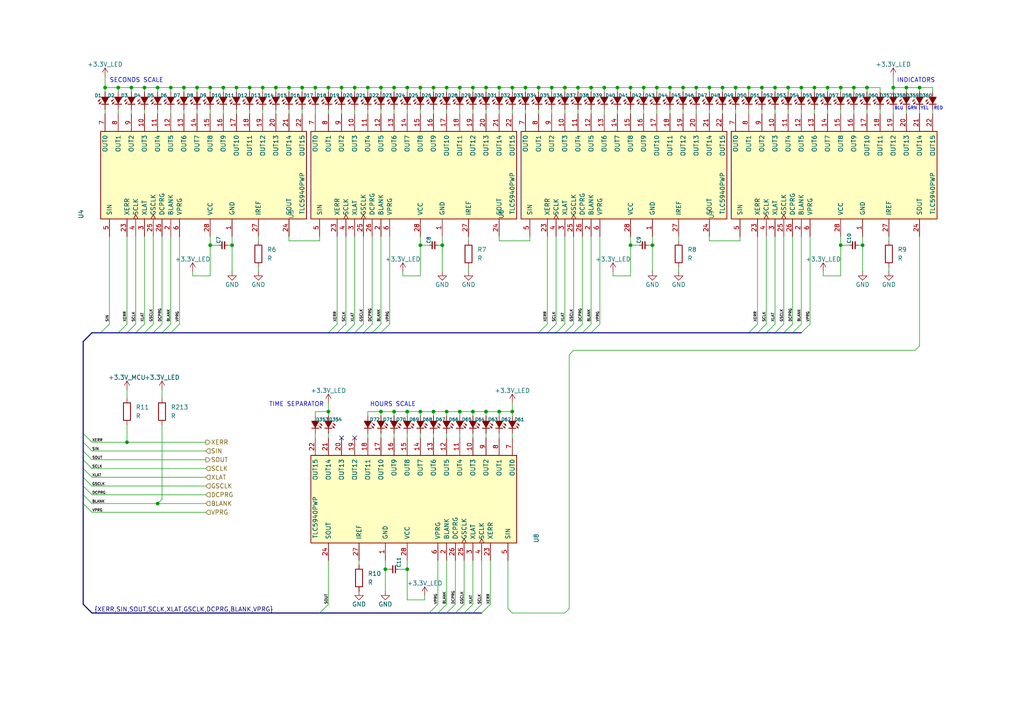
<source format=kicad_sch>
(kicad_sch (version 20231120) (generator "eeschema") (generator_version "8.0")
  (paper "A4")
  (title_block (title "Broadcast Clock") (date "2024-05-06") (rev "v1.0") (company "https://espenandersen.no") (comment 1 "LED dial"))
  (junction (at 167.64 25.4))
  (junction (at 95.25 119.38))
  (junction (at 236.22 25.4))
  (junction (at 110.49 119.38))
  (junction (at 72.39 25.4))
  (junction (at 118.11 25.4))
  (junction (at 205.74 25.4))
  (junction (at 243.84 25.4))
  (junction (at 129.54 25.4))
  (junction (at 190.5 25.4))
  (junction (at 140.97 119.38))
  (junction (at 189.23 71.12))
  (junction (at 152.4 25.4))
  (junction (at 76.2 25.4))
  (junction (at 128.27 71.12))
  (junction (at 87.63 25.4))
  (junction (at 201.93 25.4))
  (junction (at 110.49 25.4))
  (junction (at 60.96 71.12))
  (junction (at 64.77 25.4))
  (junction (at 160.02 25.4))
  (junction (at 121.92 25.4))
  (junction (at 148.59 25.4))
  (junction (at 140.97 25.4))
  (junction (at 194.31 25.4))
  (junction (at 34.29 25.4))
  (junction (at 144.78 119.38))
  (junction (at 209.55 25.4))
  (junction (at 220.98 25.4))
  (junction (at 224.79 25.4))
  (junction (at 49.53 25.4))
  (junction (at 91.44 25.4))
  (junction (at 111.76 165.1))
  (junction (at 114.3 25.4))
  (junction (at 198.12 25.4))
  (junction (at 118.11 119.38))
  (junction (at 182.88 25.4))
  (junction (at 171.45 25.4))
  (junction (at 250.19 71.12))
  (junction (at 133.35 119.38))
  (junction (at 213.36 25.4))
  (junction (at 118.11 165.1))
  (junction (at 36.83 128.27))
  (junction (at 262.89 25.4))
  (junction (at 99.06 25.4))
  (junction (at 45.72 146.05))
  (junction (at 83.82 25.4))
  (junction (at 129.54 119.38))
  (junction (at 68.58 25.4))
  (junction (at 41.91 25.4))
  (junction (at 106.68 25.4))
  (junction (at 45.72 25.4))
  (junction (at 67.31 71.12))
  (junction (at 121.92 71.12))
  (junction (at 247.65 25.4))
  (junction (at 217.17 25.4))
  (junction (at 259.08 25.4))
  (junction (at 102.87 25.4))
  (junction (at 137.16 119.38))
  (junction (at 266.7 25.4))
  (junction (at 156.21 25.4))
  (junction (at 137.16 25.4))
  (junction (at 251.46 25.4))
  (junction (at 186.69 25.4))
  (junction (at 38.1 25.4))
  (junction (at 175.26 25.4))
  (junction (at 95.25 25.4))
  (junction (at 60.96 25.4))
  (junction (at 80.01 25.4))
  (junction (at 57.15 25.4))
  (junction (at 228.6 25.4))
  (junction (at 114.3 119.38))
  (junction (at 133.35 25.4))
  (junction (at 232.41 25.4))
  (junction (at 30.48 25.4))
  (junction (at 125.73 119.38))
  (junction (at 179.07 25.4))
  (junction (at 121.92 119.38))
  (junction (at 163.83 25.4))
  (junction (at 240.03 25.4))
  (junction (at 182.88 71.12))
  (junction (at 243.84 71.12))
  (junction (at 125.73 25.4))
  (junction (at 148.59 119.38))
  (junction (at 53.34 25.4))
  (junction (at 144.78 25.4))
  (no_connect (at 102.87 127))
  (no_connect (at 99.06 127))
  (bus_entry (at 113.03 93.98) (size -2.54 2.54))
  (bus_entry (at 41.91 93.98) (size -2.54 2.54))
  (bus_entry (at 137.16 175.26) (size -2.54 2.54))
  (bus_entry (at 105.41 93.98) (size -2.54 2.54))
  (bus_entry (at 219.71 93.98) (size -2.54 2.54))
  (bus_entry (at 100.33 93.98) (size -2.54 2.54))
  (bus_entry (at 234.95 93.98) (size -2.54 2.54))
  (bus_entry (at 46.99 93.98) (size -2.54 2.54))
  (bus_entry (at 158.75 93.98) (size -2.54 2.54))
  (bus_entry (at 26.67 138.43) (size -2.54 -2.54))
  (bus_entry (at 139.7 175.26) (size -2.54 2.54))
  (bus_entry (at 127 175.26) (size -2.54 2.54))
  (bus_entry (at 229.87 93.98) (size -2.54 2.54))
  (bus_entry (at 97.79 93.98) (size -2.54 2.54))
  (bus_entry (at 134.62 175.26) (size -2.54 2.54))
  (bus_entry (at 26.67 146.05) (size -2.54 -2.54))
  (bus_entry (at 36.83 93.98) (size -2.54 2.54))
  (bus_entry (at 31.75 93.98) (size -2.54 2.54))
  (bus_entry (at 142.24 175.26) (size -2.54 2.54))
  (bus_entry (at 110.49 93.98) (size -2.54 2.54))
  (bus_entry (at 24.13 146.05) (size 2.54 2.54))
  (bus_entry (at 39.37 93.98) (size -2.54 2.54))
  (bus_entry (at 173.99 93.98) (size -2.54 2.54))
  (bus_entry (at 26.67 135.89) (size -2.54 -2.54))
  (bus_entry (at 224.79 93.98) (size -2.54 2.54))
  (bus_entry (at 129.54 175.26) (size -2.54 2.54))
  (bus_entry (at 227.33 93.98) (size -2.54 2.54))
  (bus_entry (at 24.13 130.81) (size 2.54 2.54))
  (bus_entry (at 166.37 93.98) (size -2.54 2.54))
  (bus_entry (at 107.95 93.98) (size -2.54 2.54))
  (bus_entry (at 24.13 128.27) (size 2.54 2.54))
  (bus_entry (at 52.07 93.98) (size -2.54 2.54))
  (bus_entry (at 102.87 93.98) (size -2.54 2.54))
  (bus_entry (at 161.29 93.98) (size -2.54 2.54))
  (bus_entry (at 222.25 93.98) (size -2.54 2.54))
  (bus_entry (at 26.67 143.51) (size -2.54 -2.54))
  (bus_entry (at 168.91 93.98) (size -2.54 2.54))
  (bus_entry (at 232.41 93.98) (size -2.54 2.54))
  (bus_entry (at 44.45 93.98) (size -2.54 2.54))
  (bus_entry (at 95.25 175.26) (size -2.54 2.54))
  (bus_entry (at 132.08 175.26) (size -2.54 2.54))
  (bus_entry (at 26.67 128.27) (size -2.54 -2.54))
  (bus_entry (at 26.67 140.97) (size -2.54 -2.54))
  (bus_entry (at 171.45 93.98) (size -2.54 2.54))
  (bus_entry (at 163.83 93.98) (size -2.54 2.54))
  (bus_entry (at 49.53 93.98) (size -2.54 2.54))
  (wire (pts (xy 67.31 71.12) (xy 67.31 78.74)))
  (wire (pts (xy 83.82 69.85) (xy 92.71 69.85)))
  (wire (pts (xy 106.68 25.4) (xy 106.68 26.67)))
  (wire (pts (xy 102.87 25.4) (xy 106.68 25.4)))
  (wire (pts (xy 232.41 31.75) (xy 232.41 33.02)))
  (wire (pts (xy 156.21 25.4) (xy 160.02 25.4)))
  (wire (pts (xy 209.55 31.75) (xy 209.55 33.02)))
  (wire (pts (xy 104.14 162.56) (xy 104.14 163.83)))
  (bus (pts (xy 105.41 96.52) (xy 107.95 96.52)))
  (wire (pts (xy 38.1 25.4) (xy 41.91 25.4)))
  (wire (pts (xy 129.54 119.38) (xy 129.54 120.65)))
  (wire (pts (xy 182.88 71.12) (xy 185.42 71.12)))
  (wire (pts (xy 228.6 31.75) (xy 228.6 33.02)))
  (wire (pts (xy 209.55 25.4) (xy 209.55 26.67)))
  (wire (pts (xy 118.11 165.1) (xy 115.57 165.1)))
  (wire (pts (xy 102.87 31.75) (xy 102.87 33.02)))
  (wire (pts (xy 121.92 125.73) (xy 121.92 127)))
  (bus (pts (xy 222.25 96.52) (xy 224.79 96.52)))
  (wire (pts (xy 259.08 25.4) (xy 259.08 26.67)))
  (bus (pts (xy 24.13 143.51) (xy 24.13 146.05)))
  (wire (pts (xy 31.75 68.58) (xy 31.75 93.98)))
  (wire (pts (xy 220.98 25.4) (xy 224.79 25.4)))
  (wire (pts (xy 49.53 31.75) (xy 49.53 33.02)))
  (wire (pts (xy 189.23 68.58) (xy 189.23 71.12)))
  (wire (pts (xy 186.69 31.75) (xy 186.69 33.02)))
  (bus (pts (xy 127 177.8) (xy 129.54 177.8)))
  (bus (pts (xy 24.13 175.26) (xy 26.67 177.8)))
  (wire (pts (xy 68.58 31.75) (xy 68.58 33.02)))
  (bus (pts (xy 26.67 96.52) (xy 29.21 96.52)))
  (wire (pts (xy 118.11 165.1) (xy 118.11 173.99)))
  (wire (pts (xy 127 162.56) (xy 127 175.26)))
  (wire (pts (xy 161.29 68.58) (xy 161.29 93.98)))
  (wire (pts (xy 113.03 68.58) (xy 113.03 93.98)))
  (wire (pts (xy 102.87 68.58) (xy 102.87 93.98)))
  (wire (pts (xy 262.89 25.4) (xy 262.89 26.67)))
  (wire (pts (xy 139.7 162.56) (xy 139.7 175.26)))
  (wire (pts (xy 129.54 119.38) (xy 125.73 119.38)))
  (wire (pts (xy 125.73 125.73) (xy 125.73 127)))
  (wire (pts (xy 205.74 69.85) (xy 214.63 69.85)))
  (wire (pts (xy 228.6 25.4) (xy 232.41 25.4)))
  (wire (pts (xy 59.69 140.97) (xy 26.67 140.97)))
  (wire (pts (xy 114.3 31.75) (xy 114.3 33.02)))
  (wire (pts (xy 147.32 176.53) (xy 148.59 177.8)))
  (wire (pts (xy 266.7 68.58) (xy 266.7 100.33)))
  (wire (pts (xy 201.93 25.4) (xy 205.74 25.4)))
  (bus (pts (xy 49.53 96.52) (xy 95.25 96.52)))
  (bus (pts (xy 124.46 177.8) (xy 127 177.8)))
  (wire (pts (xy 229.87 68.58) (xy 229.87 93.98)))
  (wire (pts (xy 49.53 25.4) (xy 53.34 25.4)))
  (wire (pts (xy 118.11 119.38) (xy 118.11 120.65)))
  (bus (pts (xy 39.37 96.52) (xy 41.91 96.52)))
  (wire (pts (xy 59.69 133.35) (xy 26.67 133.35)))
  (wire (pts (xy 95.25 125.73) (xy 95.25 127)))
  (bus (pts (xy 134.62 177.8) (xy 137.16 177.8)))
  (bus (pts (xy 168.91 96.52) (xy 171.45 96.52)))
  (wire (pts (xy 99.06 25.4) (xy 99.06 26.67)))
  (wire (pts (xy 45.72 25.4) (xy 49.53 25.4)))
  (wire (pts (xy 87.63 25.4) (xy 91.44 25.4)))
  (wire (pts (xy 186.69 25.4) (xy 186.69 26.67)))
  (wire (pts (xy 121.92 71.12) (xy 124.46 71.12)))
  (wire (pts (xy 227.33 68.58) (xy 227.33 93.98)))
  (wire (pts (xy 152.4 31.75) (xy 152.4 33.02)))
  (wire (pts (xy 38.1 31.75) (xy 38.1 33.02)))
  (wire (pts (xy 60.96 25.4) (xy 60.96 26.67)))
  (wire (pts (xy 213.36 25.4) (xy 217.17 25.4)))
  (wire (pts (xy 266.7 31.75) (xy 266.7 33.02)))
  (wire (pts (xy 60.96 68.58) (xy 60.96 71.12)))
  (wire (pts (xy 198.12 25.4) (xy 201.93 25.4)))
  (wire (pts (xy 105.41 68.58) (xy 105.41 93.98)))
  (wire (pts (xy 251.46 31.75) (xy 251.46 33.02)))
  (wire (pts (xy 243.84 71.12) (xy 246.38 71.12)))
  (wire (pts (xy 236.22 25.4) (xy 240.03 25.4)))
  (wire (pts (xy 201.93 25.4) (xy 201.93 26.67)))
  (wire (pts (xy 95.25 25.4) (xy 99.06 25.4)))
  (wire (pts (xy 129.54 31.75) (xy 129.54 33.02)))
  (wire (pts (xy 217.17 25.4) (xy 220.98 25.4)))
  (wire (pts (xy 39.37 68.58) (xy 39.37 93.98)))
  (wire (pts (xy 110.49 25.4) (xy 110.49 26.67)))
  (wire (pts (xy 133.35 119.38) (xy 129.54 119.38)))
  (bus (pts (xy 163.83 96.52) (xy 166.37 96.52)))
  (wire (pts (xy 95.25 116.84) (xy 95.25 119.38)))
  (wire (pts (xy 30.48 25.4) (xy 30.48 26.67)))
  (wire (pts (xy 100.33 68.58) (xy 100.33 93.98)))
  (wire (pts (xy 110.49 31.75) (xy 110.49 33.02)))
  (wire (pts (xy 232.41 25.4) (xy 236.22 25.4)))
  (wire (pts (xy 36.83 68.58) (xy 36.83 93.98)))
  (bus (pts (xy 219.71 96.52) (xy 222.25 96.52)))
  (wire (pts (xy 232.41 68.58) (xy 232.41 93.98)))
  (wire (pts (xy 64.77 25.4) (xy 68.58 25.4)))
  (bus (pts (xy 137.16 177.8) (xy 139.7 177.8)))
  (wire (pts (xy 140.97 125.73) (xy 140.97 127)))
  (wire (pts (xy 64.77 25.4) (xy 64.77 26.67)))
  (wire (pts (xy 134.62 162.56) (xy 134.62 175.26)))
  (wire (pts (xy 144.78 125.73) (xy 144.78 127)))
  (wire (pts (xy 57.15 25.4) (xy 57.15 26.67)))
  (wire (pts (xy 171.45 25.4) (xy 175.26 25.4)))
  (wire (pts (xy 240.03 25.4) (xy 243.84 25.4)))
  (bus (pts (xy 229.87 96.52) (xy 232.41 96.52)))
  (wire (pts (xy 59.69 130.81) (xy 26.67 130.81)))
  (wire (pts (xy 110.49 125.73) (xy 110.49 127)))
  (wire (pts (xy 262.89 25.4) (xy 266.7 25.4)))
  (wire (pts (xy 41.91 68.58) (xy 41.91 93.98)))
  (wire (pts (xy 87.63 31.75) (xy 87.63 33.02)))
  (bus (pts (xy 24.13 133.35) (xy 24.13 135.89)))
  (wire (pts (xy 59.69 135.89) (xy 26.67 135.89)))
  (wire (pts (xy 110.49 119.38) (xy 106.68 119.38)))
  (wire (pts (xy 114.3 125.73) (xy 114.3 127)))
  (wire (pts (xy 236.22 25.4) (xy 236.22 26.67)))
  (wire (pts (xy 259.08 25.4) (xy 262.89 25.4)))
  (wire (pts (xy 80.01 25.4) (xy 83.82 25.4)))
  (bus (pts (xy 161.29 96.52) (xy 163.83 96.52)))
  (wire (pts (xy 243.84 68.58) (xy 243.84 71.12)))
  (wire (pts (xy 99.06 31.75) (xy 99.06 33.02)))
  (wire (pts (xy 171.45 25.4) (xy 171.45 26.67)))
  (wire (pts (xy 205.74 25.4) (xy 209.55 25.4)))
  (wire (pts (xy 44.45 68.58) (xy 44.45 93.98)))
  (wire (pts (xy 166.37 101.6) (xy 265.43 101.6)))
  (wire (pts (xy 121.92 31.75) (xy 121.92 33.02)))
  (wire (pts (xy 118.11 31.75) (xy 118.11 33.02)))
  (wire (pts (xy 175.26 25.4) (xy 175.26 26.67)))
  (wire (pts (xy 224.79 68.58) (xy 224.79 93.98)))
  (wire (pts (xy 142.24 162.56) (xy 142.24 175.26)))
  (bus (pts (xy 129.54 177.8) (xy 132.08 177.8)))
  (wire (pts (xy 110.49 68.58) (xy 110.49 93.98)))
  (wire (pts (xy 106.68 25.4) (xy 110.49 25.4)))
  (wire (pts (xy 259.08 22.225) (xy 259.08 25.4)))
  (wire (pts (xy 59.69 143.51) (xy 26.67 143.51)))
  (wire (pts (xy 83.82 25.4) (xy 87.63 25.4)))
  (wire (pts (xy 222.25 68.58) (xy 222.25 93.98)))
  (wire (pts (xy 179.07 25.4) (xy 179.07 26.67)))
  (wire (pts (xy 132.08 162.56) (xy 132.08 175.26)))
  (wire (pts (xy 68.58 25.4) (xy 72.39 25.4)))
  (wire (pts (xy 76.2 25.4) (xy 76.2 26.67)))
  (wire (pts (xy 228.6 25.4) (xy 228.6 26.67)))
  (wire (pts (xy 270.51 31.75) (xy 270.51 33.02)))
  (wire (pts (xy 167.64 31.75) (xy 167.64 33.02)))
  (wire (pts (xy 133.35 31.75) (xy 133.35 33.02)))
  (wire (pts (xy 148.59 25.4) (xy 148.59 26.67)))
  (wire (pts (xy 121.92 25.4) (xy 121.92 26.67)))
  (wire (pts (xy 76.2 31.75) (xy 76.2 33.02)))
  (bus (pts (xy 24.13 146.05) (xy 24.13 175.26)))
  (wire (pts (xy 137.16 162.56) (xy 137.16 175.26)))
  (wire (pts (xy 165.1 102.87) (xy 166.37 101.6)))
  (bus (pts (xy 24.13 99.06) (xy 24.13 125.73)))
  (wire (pts (xy 49.53 68.58) (xy 49.53 93.98)))
  (bus (pts (xy 92.71 177.8) (xy 124.46 177.8)))
  (wire (pts (xy 76.2 25.4) (xy 80.01 25.4)))
  (wire (pts (xy 171.45 68.58) (xy 171.45 93.98)))
  (wire (pts (xy 91.44 25.4) (xy 91.44 26.67)))
  (wire (pts (xy 140.97 31.75) (xy 140.97 33.02)))
  (bus (pts (xy 24.13 135.89) (xy 24.13 138.43)))
  (wire (pts (xy 144.78 119.38) (xy 140.97 119.38)))
  (wire (pts (xy 213.36 31.75) (xy 213.36 33.02)))
  (wire (pts (xy 259.08 31.75) (xy 259.08 33.02)))
  (wire (pts (xy 144.78 68.58) (xy 144.78 69.85)))
  (bus (pts (xy 110.49 96.52) (xy 156.21 96.52)))
  (wire (pts (xy 214.63 68.58) (xy 214.63 69.85)))
  (wire (pts (xy 179.07 31.75) (xy 179.07 33.02)))
  (wire (pts (xy 53.34 25.4) (xy 53.34 26.67)))
  (wire (pts (xy 106.68 31.75) (xy 106.68 33.02)))
  (wire (pts (xy 121.92 119.38) (xy 118.11 119.38)))
  (wire (pts (xy 163.83 68.58) (xy 163.83 93.98)))
  (wire (pts (xy 83.82 31.75) (xy 83.82 33.02)))
  (wire (pts (xy 116.84 78.74) (xy 116.84 80.01)))
  (wire (pts (xy 137.16 31.75) (xy 137.16 33.02)))
  (wire (pts (xy 144.78 119.38) (xy 144.78 120.65)))
  (wire (pts (xy 148.59 125.73) (xy 148.59 127)))
  (bus (pts (xy 24.13 125.73) (xy 24.13 128.27)))
  (wire (pts (xy 121.92 71.12) (xy 121.92 80.01)))
  (wire (pts (xy 251.46 25.4) (xy 255.27 25.4)))
  (wire (pts (xy 129.54 25.4) (xy 129.54 26.67)))
  (wire (pts (xy 194.31 31.75) (xy 194.31 33.02)))
  (wire (pts (xy 251.46 25.4) (xy 251.46 26.67)))
  (wire (pts (xy 147.32 162.56) (xy 147.32 176.53)))
  (wire (pts (xy 59.69 148.59) (xy 26.67 148.59)))
  (wire (pts (xy 182.88 71.12) (xy 182.88 80.01)))
  (wire (pts (xy 91.44 25.4) (xy 95.25 25.4)))
  (wire (pts (xy 182.88 25.4) (xy 182.88 26.67)))
  (wire (pts (xy 110.49 119.38) (xy 110.49 120.65)))
  (wire (pts (xy 205.74 25.4) (xy 205.74 26.67)))
  (wire (pts (xy 64.77 31.75) (xy 64.77 33.02)))
  (wire (pts (xy 137.16 119.38) (xy 137.16 120.65)))
  (bus (pts (xy 102.87 96.52) (xy 105.41 96.52)))
  (wire (pts (xy 95.25 119.38) (xy 95.25 120.65)))
  (wire (pts (xy 107.95 68.58) (xy 107.95 93.98)))
  (wire (pts (xy 113.03 165.1) (xy 111.76 165.1)))
  (wire (pts (xy 240.03 31.75) (xy 240.03 33.02)))
  (wire (pts (xy 46.99 144.78) (xy 45.72 146.05)))
  (wire (pts (xy 68.58 25.4) (xy 68.58 26.67)))
  (wire (pts (xy 262.89 31.75) (xy 262.89 33.02)))
  (wire (pts (xy 59.69 128.27) (xy 36.83 128.27)))
  (wire (pts (xy 34.29 25.4) (xy 38.1 25.4)))
  (wire (pts (xy 30.48 22.225) (xy 30.48 25.4)))
  (wire (pts (xy 140.97 119.38) (xy 137.16 119.38)))
  (wire (pts (xy 45.72 25.4) (xy 45.72 26.67)))
  (wire (pts (xy 165.1 176.53) (xy 163.83 177.8)))
  (wire (pts (xy 118.11 125.73) (xy 118.11 127)))
  (wire (pts (xy 97.79 68.58) (xy 97.79 93.98)))
  (wire (pts (xy 114.3 25.4) (xy 118.11 25.4)))
  (bus (pts (xy 166.37 96.52) (xy 168.91 96.52)))
  (wire (pts (xy 167.64 25.4) (xy 167.64 26.67)))
  (wire (pts (xy 34.29 25.4) (xy 34.29 26.67)))
  (wire (pts (xy 148.59 31.75) (xy 148.59 33.02)))
  (wire (pts (xy 148.59 116.84) (xy 148.59 119.38)))
  (wire (pts (xy 41.91 25.4) (xy 45.72 25.4)))
  (wire (pts (xy 128.27 71.12) (xy 128.27 78.74)))
  (wire (pts (xy 238.76 78.74) (xy 238.76 80.01)))
  (wire (pts (xy 83.82 68.58) (xy 83.82 69.85)))
  (wire (pts (xy 140.97 25.4) (xy 140.97 26.67)))
  (wire (pts (xy 121.92 68.58) (xy 121.92 71.12)))
  (wire (pts (xy 45.72 31.75) (xy 45.72 33.02)))
  (wire (pts (xy 152.4 25.4) (xy 156.21 25.4)))
  (bus (pts (xy 100.33 96.52) (xy 102.87 96.52)))
  (wire (pts (xy 30.48 31.75) (xy 30.48 33.02)))
  (wire (pts (xy 209.55 25.4) (xy 213.36 25.4)))
  (wire (pts (xy 133.35 25.4) (xy 137.16 25.4)))
  (wire (pts (xy 182.88 31.75) (xy 182.88 33.02)))
  (wire (pts (xy 129.54 125.73) (xy 129.54 127)))
  (bus (pts (xy 36.83 96.52) (xy 39.37 96.52)))
  (bus (pts (xy 24.13 130.81) (xy 24.13 133.35)))
  (wire (pts (xy 127 71.12) (xy 128.27 71.12)))
  (wire (pts (xy 175.26 25.4) (xy 179.07 25.4)))
  (wire (pts (xy 148.59 177.8) (xy 163.83 177.8)))
  (wire (pts (xy 59.69 138.43) (xy 26.67 138.43)))
  (wire (pts (xy 110.49 25.4) (xy 114.3 25.4)))
  (wire (pts (xy 163.83 25.4) (xy 163.83 26.67)))
  (wire (pts (xy 46.99 123.19) (xy 46.99 144.78)))
  (wire (pts (xy 95.25 119.38) (xy 91.44 119.38)))
  (wire (pts (xy 92.71 68.58) (xy 92.71 69.85)))
  (wire (pts (xy 182.88 25.4) (xy 186.69 25.4)))
  (wire (pts (xy 205.74 68.58) (xy 205.74 69.85)))
  (bus (pts (xy 46.99 96.52) (xy 49.53 96.52)))
  (wire (pts (xy 266.7 25.4) (xy 266.7 26.67)))
  (wire (pts (xy 220.98 25.4) (xy 220.98 26.67)))
  (wire (pts (xy 111.76 165.1) (xy 111.76 171.45)))
  (bus (pts (xy 41.91 96.52) (xy 44.45 96.52)))
  (wire (pts (xy 111.76 162.56) (xy 111.76 165.1)))
  (wire (pts (xy 234.95 68.58) (xy 234.95 93.98)))
  (wire (pts (xy 243.84 25.4) (xy 247.65 25.4)))
  (wire (pts (xy 270.51 25.4) (xy 270.51 26.67)))
  (wire (pts (xy 57.15 31.75) (xy 57.15 33.02)))
  (wire (pts (xy 36.83 123.19) (xy 36.83 128.27)))
  (bus (pts (xy 224.79 96.52) (xy 227.33 96.52)))
  (wire (pts (xy 189.23 71.12) (xy 189.23 78.74)))
  (wire (pts (xy 114.3 25.4) (xy 114.3 26.67)))
  (wire (pts (xy 83.82 25.4) (xy 83.82 26.67)))
  (wire (pts (xy 247.65 25.4) (xy 247.65 26.67)))
  (wire (pts (xy 129.54 25.4) (xy 133.35 25.4)))
  (wire (pts (xy 140.97 119.38) (xy 140.97 120.65)))
  (wire (pts (xy 179.07 25.4) (xy 182.88 25.4)))
  (bus (pts (xy 171.45 96.52) (xy 217.17 96.52)))
  (wire (pts (xy 41.91 25.4) (xy 41.91 26.67)))
  (wire (pts (xy 128.27 68.58) (xy 128.27 71.12)))
  (wire (pts (xy 91.44 119.38) (xy 91.44 120.65)))
  (wire (pts (xy 137.16 25.4) (xy 140.97 25.4)))
  (wire (pts (xy 187.96 71.12) (xy 189.23 71.12)))
  (wire (pts (xy 114.3 119.38) (xy 110.49 119.38)))
  (wire (pts (xy 52.07 68.58) (xy 52.07 93.98)))
  (wire (pts (xy 95.25 31.75) (xy 95.25 33.02)))
  (wire (pts (xy 60.96 71.12) (xy 60.96 80.01)))
  (wire (pts (xy 133.35 119.38) (xy 133.35 120.65)))
  (wire (pts (xy 153.67 68.58) (xy 153.67 69.85)))
  (wire (pts (xy 257.81 77.47) (xy 257.81 78.74)))
  (wire (pts (xy 217.17 25.4) (xy 217.17 26.67)))
  (wire (pts (xy 80.01 31.75) (xy 80.01 33.02)))
  (bus (pts (xy 217.17 96.52) (xy 219.71 96.52)))
  (wire (pts (xy 118.11 25.4) (xy 121.92 25.4)))
  (wire (pts (xy 91.44 125.73) (xy 91.44 127)))
  (wire (pts (xy 255.27 25.4) (xy 255.27 26.67)))
  (bus (pts (xy 158.75 96.52) (xy 161.29 96.52)))
  (wire (pts (xy 74.93 77.47) (xy 74.93 78.74)))
  (wire (pts (xy 80.01 25.4) (xy 80.01 26.67)))
  (bus (pts (xy 34.29 96.52) (xy 36.83 96.52)))
  (wire (pts (xy 121.92 25.4) (xy 125.73 25.4)))
  (wire (pts (xy 236.22 31.75) (xy 236.22 33.02)))
  (wire (pts (xy 121.92 119.38) (xy 121.92 120.65)))
  (bus (pts (xy 95.25 96.52) (xy 97.79 96.52)))
  (wire (pts (xy 60.96 31.75) (xy 60.96 33.02)))
  (bus (pts (xy 29.21 96.52) (xy 34.29 96.52)))
  (wire (pts (xy 243.84 25.4) (xy 243.84 26.67)))
  (wire (pts (xy 95.25 25.4) (xy 95.25 26.67)))
  (wire (pts (xy 160.02 25.4) (xy 163.83 25.4)))
  (wire (pts (xy 190.5 25.4) (xy 194.31 25.4)))
  (wire (pts (xy 137.16 125.73) (xy 137.16 127)))
  (wire (pts (xy 167.64 25.4) (xy 171.45 25.4)))
  (wire (pts (xy 194.31 25.4) (xy 194.31 26.67)))
  (wire (pts (xy 247.65 31.75) (xy 247.65 33.02)))
  (bus (pts (xy 26.67 96.52) (xy 24.13 99.06)))
  (wire (pts (xy 118.11 119.38) (xy 114.3 119.38)))
  (wire (pts (xy 238.76 80.01) (xy 243.84 80.01)))
  (wire (pts (xy 177.8 78.74) (xy 177.8 80.01)))
  (wire (pts (xy 125.73 25.4) (xy 125.73 26.67)))
  (wire (pts (xy 265.43 101.6) (xy 266.7 100.33)))
  (wire (pts (xy 255.27 31.75) (xy 255.27 33.02)))
  (wire (pts (xy 219.71 68.58) (xy 219.71 93.98)))
  (bus (pts (xy 156.21 96.52) (xy 158.75 96.52)))
  (wire (pts (xy 243.84 71.12) (xy 243.84 80.01)))
  (wire (pts (xy 57.15 25.4) (xy 60.96 25.4)))
  (wire (pts (xy 243.84 31.75) (xy 243.84 33.02)))
  (wire (pts (xy 160.02 31.75) (xy 160.02 33.02)))
  (wire (pts (xy 148.59 25.4) (xy 152.4 25.4)))
  (wire (pts (xy 144.78 31.75) (xy 144.78 33.02)))
  (wire (pts (xy 186.69 25.4) (xy 190.5 25.4)))
  (wire (pts (xy 135.89 77.47) (xy 135.89 78.74)))
  (wire (pts (xy 36.83 128.27) (xy 26.67 128.27)))
  (wire (pts (xy 198.12 25.4) (xy 198.12 26.67)))
  (wire (pts (xy 67.31 68.58) (xy 67.31 71.12)))
  (wire (pts (xy 224.79 25.4) (xy 224.79 26.67)))
  (wire (pts (xy 106.68 119.38) (xy 106.68 120.65)))
  (wire (pts (xy 217.17 31.75) (xy 217.17 33.02)))
  (wire (pts (xy 198.12 31.75) (xy 198.12 33.02)))
  (wire (pts (xy 34.29 31.75) (xy 34.29 33.02)))
  (wire (pts (xy 158.75 68.58) (xy 158.75 93.98)))
  (wire (pts (xy 148.59 119.38) (xy 144.78 119.38)))
  (wire (pts (xy 26.67 146.05) (xy 45.72 146.05)))
  (wire (pts (xy 87.63 25.4) (xy 87.63 26.67)))
  (wire (pts (xy 196.85 77.47) (xy 196.85 78.74)))
  (wire (pts (xy 190.5 31.75) (xy 190.5 33.02)))
  (wire (pts (xy 137.16 25.4) (xy 137.16 26.67)))
  (wire (pts (xy 166.37 68.58) (xy 166.37 93.98)))
  (wire (pts (xy 123.19 173.99) (xy 118.11 173.99)))
  (wire (pts (xy 72.39 31.75) (xy 72.39 33.02)))
  (wire (pts (xy 156.21 31.75) (xy 156.21 33.02)))
  (wire (pts (xy 190.5 25.4) (xy 190.5 26.67)))
  (wire (pts (xy 165.1 102.87) (xy 165.1 176.53)))
  (wire (pts (xy 266.7 25.4) (xy 270.51 25.4)))
  (wire (pts (xy 205.74 31.75) (xy 205.74 33.02)))
  (wire (pts (xy 133.35 125.73) (xy 133.35 127)))
  (wire (pts (xy 137.16 119.38) (xy 133.35 119.38)))
  (wire (pts (xy 133.35 25.4) (xy 133.35 26.67)))
  (wire (pts (xy 213.36 25.4) (xy 213.36 26.67)))
  (bus (pts (xy 26.67 177.8) (xy 92.71 177.8)))
  (wire (pts (xy 220.98 31.75) (xy 220.98 33.02)))
  (wire (pts (xy 125.73 119.38) (xy 121.92 119.38)))
  (wire (pts (xy 55.88 78.74) (xy 55.88 80.01)))
  (bus (pts (xy 107.95 96.52) (xy 110.49 96.52)))
  (wire (pts (xy 171.45 31.75) (xy 171.45 33.02)))
  (wire (pts (xy 118.11 162.56) (xy 118.11 165.1)))
  (wire (pts (xy 240.03 25.4) (xy 240.03 26.67)))
  (wire (pts (xy 60.96 25.4) (xy 64.77 25.4)))
  (wire (pts (xy 224.79 31.75) (xy 224.79 33.02)))
  (wire (pts (xy 232.41 25.4) (xy 232.41 26.67)))
  (wire (pts (xy 123.19 172.72) (xy 123.19 173.99)))
  (bus (pts (xy 24.13 128.27) (xy 24.13 130.81)))
  (bus (pts (xy 24.13 138.43) (xy 24.13 140.97)))
  (wire (pts (xy 257.81 68.58) (xy 257.81 69.85)))
  (wire (pts (xy 60.96 71.12) (xy 63.5 71.12)))
  (wire (pts (xy 41.91 31.75) (xy 41.91 33.02)))
  (wire (pts (xy 49.53 25.4) (xy 49.53 26.67)))
  (wire (pts (xy 55.88 80.01) (xy 60.96 80.01)))
  (wire (pts (xy 125.73 119.38) (xy 125.73 120.65)))
  (wire (pts (xy 74.93 68.58) (xy 74.93 69.85)))
  (bus (pts (xy 132.08 177.8) (xy 134.62 177.8)))
  (wire (pts (xy 102.87 25.4) (xy 102.87 26.67)))
  (wire (pts (xy 144.78 25.4) (xy 148.59 25.4)))
  (wire (pts (xy 163.83 31.75) (xy 163.83 33.02)))
  (wire (pts (xy 99.06 25.4) (xy 102.87 25.4)))
  (wire (pts (xy 248.92 71.12) (xy 250.19 71.12)))
  (wire (pts (xy 38.1 25.4) (xy 38.1 26.67)))
  (wire (pts (xy 177.8 80.01) (xy 182.88 80.01)))
  (wire (pts (xy 116.84 80.01) (xy 121.92 80.01)))
  (wire (pts (xy 148.59 119.38) (xy 148.59 120.65)))
  (wire (pts (xy 144.78 69.85) (xy 153.67 69.85)))
  (wire (pts (xy 129.54 162.56) (xy 129.54 175.26)))
  (wire (pts (xy 30.48 25.4) (xy 34.29 25.4)))
  (wire (pts (xy 156.21 25.4) (xy 156.21 26.67)))
  (wire (pts (xy 224.79 25.4) (xy 228.6 25.4)))
  (bus (pts (xy 24.13 140.97) (xy 24.13 143.51)))
  (bus (pts (xy 97.79 96.52) (xy 100.33 96.52)))
  (wire (pts (xy 175.26 31.75) (xy 175.26 33.02)))
  (wire (pts (xy 45.72 146.05) (xy 59.69 146.05)))
  (wire (pts (xy 196.85 68.58) (xy 196.85 69.85)))
  (wire (pts (xy 95.25 162.56) (xy 95.25 175.26)))
  (wire (pts (xy 118.11 25.4) (xy 118.11 26.67)))
  (wire (pts (xy 140.97 25.4) (xy 144.78 25.4)))
  (wire (pts (xy 201.93 31.75) (xy 201.93 33.02)))
  (wire (pts (xy 168.91 68.58) (xy 168.91 93.98)))
  (wire (pts (xy 106.68 125.73) (xy 106.68 127)))
  (bus (pts (xy 44.45 96.52) (xy 46.99 96.52)))
  (wire (pts (xy 163.83 25.4) (xy 167.64 25.4)))
  (wire (pts (xy 250.19 68.58) (xy 250.19 71.12)))
  (wire (pts (xy 66.04 71.12) (xy 67.31 71.12)))
  (wire (pts (xy 160.02 25.4) (xy 160.02 26.67)))
  (wire (pts (xy 173.99 68.58) (xy 173.99 93.98)))
  (wire (pts (xy 247.65 25.4) (xy 251.46 25.4)))
  (wire (pts (xy 194.31 25.4) (xy 198.12 25.4)))
  (wire (pts (xy 135.89 68.58) (xy 135.89 69.85)))
  (wire (pts (xy 144.78 25.4) (xy 144.78 26.67)))
  (wire (pts (xy 182.88 68.58) (xy 182.88 71.12)))
  (wire (pts (xy 46.99 68.58) (xy 46.99 93.98)))
  (wire (pts (xy 53.34 31.75) (xy 53.34 33.02)))
  (wire (pts (xy 125.73 31.75) (xy 125.73 33.02)))
  (wire (pts (xy 72.39 25.4) (xy 72.39 26.67)))
  (wire (pts (xy 125.73 25.4) (xy 129.54 25.4)))
  (bus (pts (xy 227.33 96.52) (xy 229.87 96.52)))
  (wire (pts (xy 53.34 25.4) (xy 57.15 25.4)))
  (wire (pts (xy 91.44 31.75) (xy 91.44 33.02)))
  (wire (pts (xy 72.39 25.4) (xy 76.2 25.4)))
  (wire (pts (xy 250.19 71.12) (xy 250.19 78.74)))
  (wire (pts (xy 46.99 113.03) (xy 46.99 115.57)))
  (wire (pts (xy 114.3 119.38) (xy 114.3 120.65)))
  (wire (pts (xy 152.4 25.4) (xy 152.4 26.67)))
  (wire (pts (xy 36.83 113.03) (xy 36.83 115.57)))
  (text "BLU" (at 259.334 32.004 0) (effects (font (size 0.889 0.889)) (justify left bottom)))
  (text "YEL" (at 266.954 32.004 0) (effects (font (size 0.889 0.889)) (justify left bottom)))
  (text "HOURS SCALE" (at 120.65 118.11 0) (effects (font (size 1.27 1.27)) (justify right bottom)))
  (text "SECONDS SCALE" (at 31.75 24.13 0) (effects (font (size 1.27 1.27)) (justify left bottom)))
  (text "RED" (at 270.764 32.004 0) (effects (font (size 0.889 0.889)) (justify left bottom)))
  (text "INDICATORS" (at 260.096 24.13 0) (effects (font (size 1.27 1.27)) (justify left bottom)))
  (text "TIME SEPARATOR" (at 93.98 118.11 0) (effects (font (size 1.27 1.27)) (justify right bottom)))
  (text "GRN" (at 263.144 32.004 0) (effects (font (size 0.889 0.889)) (justify left bottom)))
  (label "SOUT" (at 95.25 175.26 90) (effects (font (size 0.762 0.762))))
  (label "DCPRG" (at 26.67 143.51 0) (effects (font (size 0.762 0.762))))
  (label "SCLK" (at 222.25 93.345 90) (effects (font (size 0.762 0.762))))
  (label "VPRG" (at 127 175.26 90) (effects (font (size 0.762 0.762))))
  (label "GSCLK" (at 134.62 175.26 90) (effects (font (size 0.762 0.762))))
  (label "VPRG" (at 173.99 93.345 90) (effects (font (size 0.762 0.762))))
  (label "VPRG" (at 52.07 93.345 90) (effects (font (size 0.762 0.762))))
  (label "GSCLK" (at 44.45 93.345 90) (effects (font (size 0.762 0.762))))
  (label "SCLK" (at 139.7 175.26 90) (effects (font (size 0.762 0.762))))
  (label "DCPRG" (at 132.08 175.26 90) (effects (font (size 0.762 0.762))))
  (label "BLANK" (at 171.45 93.345 90) (effects (font (size 0.762 0.762))))
  (label "XERR" (at 26.67 128.27 0) (effects (font (size 0.762 0.762))))
  (label "DCPRG" (at 107.95 93.345 90) (effects (font (size 0.762 0.762))))
  (label "SOUT" (at 26.67 133.35 0) (effects (font (size 0.762 0.762))))
  (label "SCLK" (at 161.29 93.345 90) (effects (font (size 0.762 0.762))))
  (label "BLANK" (at 232.41 93.345 90) (effects (font (size 0.762 0.762))))
  (label "BLANK" (at 49.53 93.345 90) (effects (font (size 0.762 0.762))))
  (label "DCPRG" (at 46.99 93.345 90) (effects (font (size 0.762 0.762))))
  (label "SCLK" (at 100.33 93.345 90) (effects (font (size 0.762 0.762))))
  (label "VPRG" (at 234.95 93.345 90) (effects (font (size 0.762 0.762))))
  (label "XERR" (at 219.71 93.345 90) (effects (font (size 0.762 0.762))))
  (label "XLAT" (at 41.91 93.345 90) (effects (font (size 0.762 0.762))))
  (label "GSCLK" (at 166.37 93.345 90) (effects (font (size 0.762 0.762))))
  (label "DCPRG" (at 229.87 93.345 90) (effects (font (size 0.762 0.762))))
  (label "VPRG" (at 26.67 148.59 0) (effects (font (size 0.762 0.762))))
  (label "DCPRG" (at 168.91 93.345 90) (effects (font (size 0.762 0.762))))
  (label "GSCLK" (at 26.67 140.97 0) (effects (font (size 0.762 0.762))))
  (label "XLAT" (at 102.87 93.345 90) (effects (font (size 0.762 0.762))))
  (label "GSCLK" (at 227.33 93.345 90) (effects (font (size 0.762 0.762))))
  (label "XERR" (at 158.75 93.345 90) (effects (font (size 0.762 0.762))))
  (label "VPRG" (at 113.03 93.345 90) (effects (font (size 0.762 0.762))))
  (label "XERR" (at 142.24 175.26 90) (effects (font (size 0.762 0.762))))
  (label "SIN" (at 26.67 130.81 0) (effects (font (size 0.762 0.762))))
  (label "SCLK" (at 26.67 135.89 0) (effects (font (size 0.762 0.762))))
  (label "XLAT" (at 137.16 175.26 90) (effects (font (size 0.762 0.762))))
  (label "SCLK" (at 39.37 93.345 90) (effects (font (size 0.762 0.762))))
  (label "GSCLK" (at 105.41 93.345 90) (effects (font (size 0.762 0.762))))
  (label "BLANK" (at 129.54 175.26 90) (effects (font (size 0.762 0.762))))
  (label "XERR" (at 97.79 93.345 90) (effects (font (size 0.762 0.762))))
  (label "XLAT" (at 163.83 93.345 90) (effects (font (size 0.762 0.762))))
  (label "BLANK" (at 26.67 146.05 0) (effects (font (size 0.762 0.762))))
  (label "BLANK" (at 110.49 93.345 90) (effects (font (size 0.762 0.762))))
  (label "SIN" (at 31.75 93.345 90) (effects (font (size 0.762 0.762))))
  (label "{XERR,SIN,SOUT,SCLK,XLAT,GSCLK,DCPRG,BLANK,VPRG}" (at 27.305 177.8 0))
  (label "XLAT" (at 26.67 138.43 0) (effects (font (size 0.762 0.762))))
  (label "XLAT" (at 224.79 93.345 90) (effects (font (size 0.762 0.762))))
  (label "XERR" (at 36.83 93.345 90) (effects (font (size 0.762 0.762))))
  (hierarchical_label "SCLK" (shape input) (at 59.69 135.89 0))
  (hierarchical_label "XLAT" (shape input) (at 59.69 138.43 0))
  (hierarchical_label "SIN" (shape input) (at 59.69 130.81 0))
  (hierarchical_label "DCPRG" (shape input) (at 59.69 143.51 0))
  (hierarchical_label "SOUT" (shape output) (at 59.69 133.35 0))
  (hierarchical_label "BLANK" (shape input) (at 59.69 146.05 0))
  (hierarchical_label "VPRG" (shape input) (at 59.69 148.59 0))
  (hierarchical_label "GSCLK" (shape input) (at 59.69 140.97 0))
  (hierarchical_label "XERR" (shape output) (at 59.69 128.27 0))
  (symbol (lib_id "Device_espena:LED_Filled_Tiny") (at 251.46 29.21 0) (unit 1)
    (property "Reference" "D59" (at 249.428 27.686 0) (effects (font (size 0.9526 0.9526))))
    (property "Value" "LED_Filled_Tiny" (effects (hide yes)))
    (property "Description" "Light emitting diode, filled shape" (effects (hide yes)))
  )
  (symbol (lib_id "Device_espena:LED_Filled_Tiny") (at 175.26 29.21 0) (unit 1)
    (property "Reference" "D39" (at 173.228 27.686 0) (effects (font (size 0.9526 0.9526))))
    (property "Value" "LED_Filled_Tiny" (effects (hide yes)))
    (property "Description" "Light emitting diode, filled shape" (effects (hide yes)))
  )
  (symbol (lib_id "Device_espena:LED_Filled_Tiny") (at 110.49 29.21 0) (unit 1)
    (property "Reference" "D22" (at 108.458 27.686 0) (effects (font (size 0.9526 0.9526))))
    (property "Value" "LED_Filled_Tiny" (effects (hide yes)))
    (property "Description" "Light emitting diode, filled shape" (effects (hide yes)))
  )
  (symbol (lib_id "power_espena:+3.3V_LED") (at 238.76 78.74 0) (unit 1)
    (property "Reference" "#PWR_LED018" (effects (hide yes)))
    (property "Value" "+3.3V_LED" (at 238.76 75.184 0))
    (property "Description" "Power symbol creates a global label with name \"+3.3V\"" (effects (hide yes)))
  )
  (symbol (lib_id "Device_espena:LED_Filled_Tiny") (at 91.44 29.21 0) (unit 1)
    (property "Reference" "D17" (at 89.408 27.686 0) (effects (font (size 0.9526 0.9526))))
    (property "Value" "LED_Filled_Tiny" (effects (hide yes)))
    (property "Description" "Light emitting diode, filled shape" (effects (hide yes)))
  )
  (symbol (lib_id "Device_espena:LED_Filled_Tiny") (at 118.11 123.19 0) (mirror y) (unit 1)
    (property "Reference" "D69" (at 120.142 121.666 0) (effects (font (size 0.9526 0.9526))))
    (property "Value" "LED_Filled_Tiny" (effects (hide yes)))
    (property "Description" "Light emitting diode, filled shape" (effects (hide yes)))
  )
  (symbol (lib_id "Device_espena:LED_Filled_Tiny") (at 156.21 29.21 0) (unit 1)
    (property "Reference" "D34" (at 154.178 27.686 0) (effects (font (size 0.9526 0.9526))))
    (property "Value" "LED_Filled_Tiny" (effects (hide yes)))
    (property "Description" "Light emitting diode, filled shape" (effects (hide yes)))
  )
  (symbol (lib_id "Device_espena:LED_Filled_Tiny") (at 91.44 123.19 0) (mirror y) (unit 1)
    (property "Reference" "D353" (at 93.472 121.666 0) (effects (font (size 0.9526 0.9526))))
    (property "Value" "LED_Filled_Tiny" (effects (hide yes)))
    (property "Description" "Light emitting diode, filled shape" (effects (hide yes)))
  )
  (symbol (lib_id "Device_espena:C_Decoupling") (at 247.65 71.12 90) (unit 1)
    (property "Reference" "C10" (at 246.2784 70.6628 0) (effects (font (size 1 1)) (justify left)))
    (property "Value" "C_Decoupling" (effects (hide yes)))
    (property "Description" "Unpolarized capacitor, small symbol" (effects (hide yes)))
  )
  (symbol (lib_id "Device_espena:LED_Filled_Tiny") (at 171.45 29.21 0) (unit 1)
    (property "Reference" "D38" (at 169.418 27.686 0) (effects (font (size 0.9526 0.9526))))
    (property "Value" "LED_Filled_Tiny" (effects (hide yes)))
    (property "Description" "Light emitting diode, filled shape" (effects (hide yes)))
  )
  (symbol (lib_id "Device_espena:C_Decoupling") (at 125.73 71.12 90) (unit 1)
    (property "Reference" "C8" (at 124.3584 70.6628 0) (effects (font (size 1 1)) (justify left)))
    (property "Value" "C_Decoupling" (effects (hide yes)))
    (property "Description" "Unpolarized capacitor, small symbol" (effects (hide yes)))
  )
  (symbol (lib_id "Device_espena:LED_Filled_Tiny") (at 144.78 29.21 0) (unit 1)
    (property "Reference" "D31" (at 142.748 27.686 0) (effects (font (size 0.9526 0.9526))))
    (property "Value" "LED_Filled_Tiny" (effects (hide yes)))
    (property "Description" "Light emitting diode, filled shape" (effects (hide yes)))
  )
  (symbol (lib_id "Device_espena:LED_Filled_Tiny") (at 163.83 29.21 0) (unit 1)
    (property "Reference" "D36" (at 161.798 27.686 0) (effects (font (size 0.9526 0.9526))))
    (property "Value" "LED_Filled_Tiny" (effects (hide yes)))
    (property "Description" "Light emitting diode, filled shape" (effects (hide yes)))
  )
  (symbol (lib_id "power_espena:+3.3V_LED") (at 116.84 78.74 0) (unit 1)
    (property "Reference" "#PWR_LED012" (effects (hide yes)))
    (property "Value" "+3.3V_LED" (at 116.84 75.184 0))
    (property "Description" "Power symbol creates a global label with name \"+3.3V\"" (effects (hide yes)))
  )
  (symbol (lib_id "Device_espena:LED_Filled_Tiny") (at 270.51 29.21 0) (unit 1)
    (property "Reference" "D360" (at 268.478 27.686 0) (effects (font (size 0.9526 0.9526))))
    (property "Value" "LED_Filled_Tiny" (effects (hide yes)))
    (property "Description" "Light emitting diode, filled shape" (effects (hide yes)))
  )
  (symbol (lib_id "Device_espena:LED_Filled_Tiny") (at 30.48 29.21 0) (unit 1)
    (property "Reference" "D1" (at 28.448 27.686 0) (effects (font (size 0.9526 0.9526))))
    (property "Value" "LED_Filled_Tiny" (effects (hide yes)))
    (property "Description" "Light emitting diode, filled shape" (effects (hide yes)))
  )
  (symbol (lib_id "Device_espena:LED_Filled_Tiny") (at 95.25 29.21 0) (unit 1)
    (property "Reference" "D18" (at 93.218 27.686 0) (effects (font (size 0.9526 0.9526))))
    (property "Value" "LED_Filled_Tiny" (effects (hide yes)))
    (property "Description" "Light emitting diode, filled shape" (effects (hide yes)))
  )
  (symbol (lib_id "Device_espena:LED_Filled_Tiny") (at 140.97 123.19 0) (mirror y) (unit 1)
    (property "Reference" "D63" (at 143.002 121.666 0) (effects (font (size 0.9526 0.9526))))
    (property "Value" "LED_Filled_Tiny" (effects (hide yes)))
    (property "Description" "Light emitting diode, filled shape" (effects (hide yes)))
  )
  (symbol (lib_id "Device_espena:LED_Filled_Tiny") (at 167.64 29.21 0) (unit 1)
    (property "Reference" "D37" (at 165.608 27.686 0) (effects (font (size 0.9526 0.9526))))
    (property "Value" "LED_Filled_Tiny" (effects (hide yes)))
    (property "Description" "Light emitting diode, filled shape" (effects (hide yes)))
  )
  (symbol (lib_id "power_espena:+3.3V_LED") (at 177.8 78.74 0) (unit 1)
    (property "Reference" "#PWR_LED015" (effects (hide yes)))
    (property "Value" "+3.3V_LED" (at 177.8 75.184 0))
    (property "Description" "Power symbol creates a global label with name \"+3.3V\"" (effects (hide yes)))
  )
  (symbol (lib_id "Device_espena:LED_Filled_Tiny") (at 129.54 29.21 0) (unit 1)
    (property "Reference" "D27" (at 127.508 27.686 0) (effects (font (size 0.9526 0.9526))))
    (property "Value" "LED_Filled_Tiny" (effects (hide yes)))
    (property "Description" "Light emitting diode, filled shape" (effects (hide yes)))
  )
  (symbol (lib_id "power:GND") (at 104.14 171.45 0) (mirror y) (unit 1)
    (property "Reference" "#PWR023" (effects (hide yes)))
    (property "Value" "GND" (at 104.14 175.26 0))
    (property "Description" "Power symbol creates a global label with name \"GND\" , ground" (effects (hide yes)))
  )
  (symbol (lib_id "Device:R") (at 196.85 73.66 0) (mirror y) (unit 1)
    (property "Reference" "R8" (at 199.39 72.3899 0) (effects (justify right)))
    (property "Value" "R" (at 199.39 74.9299 0) (effects (justify right)))
    (property "Description" "Resistor" (effects (hide yes)))
  )
  (symbol (lib_id "Device_espena:LED_Filled_Tiny") (at 118.11 29.21 0) (unit 1)
    (property "Reference" "D24" (at 116.078 27.686 0) (effects (font (size 0.9526 0.9526))))
    (property "Value" "LED_Filled_Tiny" (effects (hide yes)))
    (property "Description" "Light emitting diode, filled shape" (effects (hide yes)))
  )
  (symbol (lib_id "Device_espena:LED_Filled_Tiny") (at 106.68 123.19 0) (mirror y) (unit 1)
    (property "Reference" "D72" (at 108.712 121.666 0) (effects (font (size 0.9526 0.9526))))
    (property "Value" "LED_Filled_Tiny" (effects (hide yes)))
    (property "Description" "Light emitting diode, filled shape" (effects (hide yes)))
  )
  (symbol (lib_id "Device_espena:LED_Filled_Tiny") (at 121.92 123.19 0) (mirror y) (unit 1)
    (property "Reference" "D68" (at 123.952 121.666 0) (effects (font (size 0.9526 0.9526))))
    (property "Value" "LED_Filled_Tiny" (effects (hide yes)))
    (property "Description" "Light emitting diode, filled shape" (effects (hide yes)))
  )
  (symbol (lib_id "Device_espena:LED_Filled_Tiny") (at 232.41 29.21 0) (unit 1)
    (property "Reference" "D54" (at 230.378 27.686 0) (effects (font (size 0.9526 0.9526))))
    (property "Value" "LED_Filled_Tiny" (effects (hide yes)))
    (property "Description" "Light emitting diode, filled shape" (effects (hide yes)))
  )
  (symbol (lib_id "Device_espena:LED_Filled_Tiny") (at 259.08 29.21 0) (unit 1)
    (property "Reference" "D357" (at 257.048 27.686 0) (effects (font (size 0.9526 0.9526))))
    (property "Value" "LED_Filled_Tiny" (effects (hide yes)))
    (property "Description" "Light emitting diode, filled shape" (effects (hide yes)))
  )
  (symbol (lib_id "power_espena:+3.3V_LED") (at 148.59 116.84 0) (mirror y) (unit 1)
    (property "Reference" "#PWR_LED08" (effects (hide yes)))
    (property "Value" "+3.3V_LED" (at 148.59 113.284 0))
    (property "Description" "Power symbol creates a global label with name \"+3.3V\"" (effects (hide yes)))
  )
  (symbol (lib_id "Device_espena:LED_Filled_Tiny") (at 57.15 29.21 0) (unit 1)
    (property "Reference" "D8" (at 55.118 27.686 0) (effects (font (size 0.9526 0.9526))))
    (property "Value" "LED_Filled_Tiny" (effects (hide yes)))
    (property "Description" "Light emitting diode, filled shape" (effects (hide yes)))
  )
  (symbol (lib_id "power:GND") (at 250.19 78.74 0) (unit 1)
    (property "Reference" "#PWR019" (effects (hide yes)))
    (property "Value" "GND" (at 250.19 82.55 0))
    (property "Description" "Power symbol creates a global label with name \"GND\" , ground" (effects (hide yes)))
  )
  (symbol (lib_id "power_espena:+3.3V_LED") (at 46.99 113.03 0) (mirror y) (unit 1)
    (property "Reference" "#PWR_LED0223" (effects (hide yes)))
    (property "Value" "+3.3V_LED" (at 46.99 109.474 0))
    (property "Description" "Power symbol creates a global label with name \"+3.3V\"" (effects (hide yes)))
  )
  (symbol (lib_id "Device_espena:LED_Filled_Tiny") (at 41.91 29.21 0) (unit 1)
    (property "Reference" "D4" (at 39.878 27.686 0) (effects (font (size 0.9526 0.9526))))
    (property "Value" "LED_Filled_Tiny" (effects (hide yes)))
    (property "Description" "Light emitting diode, filled shape" (effects (hide yes)))
  )
  (symbol (lib_id "Driver_LED_espena:TLC5940PWP") (at 167.64 50.8 90) (unit 1)
    (property "Reference" "U6" (at 145.415 63.5 0) (effects (justify left)))
    (property "Value" "TLC5940PWP" (at 209.55 62.23 0) (effects (justify left)))
    (property "Footprint" "Package_SO:HTSSOP-28-1EP_4.4x9.7mm_P0.65mm_EP3.4x9.5mm_Mask2.4x6.17mm_ThermalVias" (effects (hide yes)))
    (property "Datasheet" "http://www.ti.com/lit/ds/symlink/tlc5940.pdf" (effects (hide yes)))
    (property "Description" "16-Channel LED Driver With DOT Correction and Grayscale PWM Control, TSSOP package with thermal pad" (effects (hide yes)))
  )
  (symbol (lib_id "Device_espena:LED_Filled_Tiny") (at 266.7 29.21 0) (unit 1)
    (property "Reference" "D359" (at 264.668 27.686 0) (effects (font (size 0.9526 0.9526))))
    (property "Value" "LED_Filled_Tiny" (effects (hide yes)))
    (property "Description" "Light emitting diode, filled shape" (effects (hide yes)))
  )
  (symbol (lib_id "Device_espena:C_Decoupling") (at 114.3 165.1 270) (mirror x) (unit 1)
    (property "Reference" "C11" (at 115.6716 164.6428 0) (effects (font (size 1 1)) (justify left)))
    (property "Value" "C_Decoupling" (effects (hide yes)))
    (property "Description" "Unpolarized capacitor, small symbol" (effects (hide yes)))
  )
  (symbol (lib_id "Device_espena:LED_Filled_Tiny") (at 160.02 29.21 0) (unit 1)
    (property "Reference" "D35" (at 157.988 27.686 0) (effects (font (size 0.9526 0.9526))))
    (property "Value" "LED_Filled_Tiny" (effects (hide yes)))
    (property "Description" "Light emitting diode, filled shape" (effects (hide yes)))
  )
  (symbol (lib_id "Device_espena:C_Decoupling") (at 64.77 71.12 90) (unit 1)
    (property "Reference" "C7" (at 63.3984 70.6628 0) (effects (font (size 1 1)) (justify left)))
    (property "Value" "C_Decoupling" (effects (hide yes)))
    (property "Description" "Unpolarized capacitor, small symbol" (effects (hide yes)))
  )
  (symbol (lib_id "Device_espena:LED_Filled_Tiny") (at 83.82 29.21 0) (unit 1)
    (property "Reference" "D15" (at 81.788 27.686 0) (effects (font (size 0.9526 0.9526))))
    (property "Value" "LED_Filled_Tiny" (effects (hide yes)))
    (property "Description" "Light emitting diode, filled shape" (effects (hide yes)))
  )
  (symbol (lib_id "Device:R") (at 74.93 73.66 0) (mirror y) (unit 1)
    (property "Reference" "R6" (at 77.47 72.3899 0) (effects (justify right)))
    (property "Value" "R" (at 77.47 74.9299 0) (effects (justify right)))
    (property "Description" "Resistor" (effects (hide yes)))
  )
  (symbol (lib_id "Device_espena:LED_Filled_Tiny") (at 114.3 29.21 0) (unit 1)
    (property "Reference" "D23" (at 112.268 27.686 0) (effects (font (size 0.9526 0.9526))))
    (property "Value" "LED_Filled_Tiny" (effects (hide yes)))
    (property "Description" "Light emitting diode, filled shape" (effects (hide yes)))
  )
  (symbol (lib_id "Device_espena:LED_Filled_Tiny") (at 95.25 123.19 0) (mirror y) (unit 1)
    (property "Reference" "D354" (at 97.282 121.666 0) (effects (font (size 0.9526 0.9526))))
    (property "Value" "LED_Filled_Tiny" (effects (hide yes)))
    (property "Description" "Light emitting diode, filled shape" (effects (hide yes)))
  )
  (symbol (lib_id "Device:R") (at 104.14 167.64 0) (unit 1)
    (property "Reference" "R10" (at 106.68 166.3699 0) (effects (justify left)))
    (property "Value" "R" (at 106.68 168.9099 0) (effects (justify left)))
    (property "Description" "Resistor" (effects (hide yes)))
  )
  (symbol (lib_id "Device_espena:LED_Filled_Tiny") (at 137.16 123.19 0) (mirror y) (unit 1)
    (property "Reference" "D64" (at 139.192 121.666 0) (effects (font (size 0.9526 0.9526))))
    (property "Value" "LED_Filled_Tiny" (effects (hide yes)))
    (property "Description" "Light emitting diode, filled shape" (effects (hide yes)))
  )
  (symbol (lib_id "power_espena:+3.3V_LED") (at 259.08 22.225 0) (unit 1)
    (property "Reference" "#PWR_LED065" (effects (hide yes)))
    (property "Value" "+3.3V_LED" (at 259.08 18.669 0))
    (property "Description" "Power symbol creates a global label with name \"+3.3V\"" (effects (hide yes)))
  )
  (symbol (lib_id "power_espena:+3.3V_MCU") (at 36.83 113.03 0) (unit 1)
    (property "Reference" "#PWR_MCU01" (effects (hide yes)))
    (property "Value" "+3.3V_MCU" (at 36.83 109.474 0))
    (property "Description" "Power symbol creates a global label with name \"+3.3V\"" (effects (hide yes)))
  )
  (symbol (lib_id "Device_espena:LED_Filled_Tiny") (at 240.03 29.21 0) (unit 1)
    (property "Reference" "D56" (at 237.998 27.686 0) (effects (font (size 0.9526 0.9526))))
    (property "Value" "LED_Filled_Tiny" (effects (hide yes)))
    (property "Description" "Light emitting diode, filled shape" (effects (hide yes)))
  )
  (symbol (lib_id "Device_espena:LED_Filled_Tiny") (at 106.68 29.21 0) (unit 1)
    (property "Reference" "D21" (at 104.648 27.686 0) (effects (font (size 0.9526 0.9526))))
    (property "Value" "LED_Filled_Tiny" (effects (hide yes)))
    (property "Description" "Light emitting diode, filled shape" (effects (hide yes)))
  )
  (symbol (lib_id "power:GND") (at 128.27 78.74 0) (unit 1)
    (property "Reference" "#PWR013" (effects (hide yes)))
    (property "Value" "GND" (at 128.27 82.55 0))
    (property "Description" "Power symbol creates a global label with name \"GND\" , ground" (effects (hide yes)))
  )
  (symbol (lib_id "Device_espena:LED_Filled_Tiny") (at 198.12 29.21 0) (unit 1)
    (property "Reference" "D45" (at 196.088 27.686 0) (effects (font (size 0.9526 0.9526))))
    (property "Value" "LED_Filled_Tiny" (effects (hide yes)))
    (property "Description" "Light emitting diode, filled shape" (effects (hide yes)))
  )
  (symbol (lib_id "Device_espena:LED_Filled_Tiny") (at 133.35 29.21 0) (unit 1)
    (property "Reference" "D28" (at 131.318 27.686 0) (effects (font (size 0.9526 0.9526))))
    (property "Value" "LED_Filled_Tiny" (effects (hide yes)))
    (property "Description" "Light emitting diode, filled shape" (effects (hide yes)))
  )
  (symbol (lib_id "Device_espena:C_Decoupling") (at 186.69 71.12 90) (unit 1)
    (property "Reference" "C9" (at 185.3184 70.6628 0) (effects (font (size 1 1)) (justify left)))
    (property "Value" "C_Decoupling" (effects (hide yes)))
    (property "Description" "Unpolarized capacitor, small symbol" (effects (hide yes)))
  )
  (symbol (lib_id "Device_espena:LED_Filled_Tiny") (at 220.98 29.21 0) (unit 1)
    (property "Reference" "D51" (at 218.948 27.686 0) (effects (font (size 0.9526 0.9526))))
    (property "Value" "LED_Filled_Tiny" (effects (hide yes)))
    (property "Description" "Light emitting diode, filled shape" (effects (hide yes)))
  )
  (symbol (lib_id "Device_espena:LED_Filled_Tiny") (at 182.88 29.21 0) (unit 1)
    (property "Reference" "D41" (at 180.848 27.686 0) (effects (font (size 0.9526 0.9526))))
    (property "Value" "LED_Filled_Tiny" (effects (hide yes)))
    (property "Description" "Light emitting diode, filled shape" (effects (hide yes)))
  )
  (symbol (lib_id "Driver_LED_espena:TLC5940PWP") (at 228.6 50.8 90) (unit 1)
    (property "Reference" "U7" (at 206.375 63.5 0) (effects (justify left)))
    (property "Value" "TLC5940PWP" (at 270.51 62.23 0) (effects (justify left)))
    (property "Footprint" "Package_SO:HTSSOP-28-1EP_4.4x9.7mm_P0.65mm_EP3.4x9.5mm_Mask2.4x6.17mm_ThermalVias" (effects (hide yes)))
    (property "Datasheet" "http://www.ti.com/lit/ds/symlink/tlc5940.pdf" (effects (hide yes)))
    (property "Description" "16-Channel LED Driver With DOT Correction and Grayscale PWM Control, TSSOP package with thermal pad" (effects (hide yes)))
  )
  (symbol (lib_id "Device_espena:LED_Filled_Tiny") (at 148.59 29.21 0) (unit 1)
    (property "Reference" "D32" (at 146.558 27.686 0) (effects (font (size 0.9526 0.9526))))
    (property "Value" "LED_Filled_Tiny" (effects (hide yes)))
    (property "Description" "Light emitting diode, filled shape" (effects (hide yes)))
  )
  (symbol (lib_id "Device:R") (at 46.99 119.38 0) (mirror y) (unit 1)
    (property "Reference" "R213" (at 49.53 118.1099 0) (effects (justify right)))
    (property "Value" "R" (at 49.53 120.6499 0) (effects (justify right)))
    (property "Description" "Resistor" (effects (hide yes)))
  )
  (symbol (lib_id "Device_espena:LED_Filled_Tiny") (at 72.39 29.21 0) (unit 1)
    (property "Reference" "D12" (at 70.358 27.686 0) (effects (font (size 0.9526 0.9526))))
    (property "Value" "LED_Filled_Tiny" (effects (hide yes)))
    (property "Description" "Light emitting diode, filled shape" (effects (hide yes)))
  )
  (symbol (lib_id "Device_espena:LED_Filled_Tiny") (at 34.29 29.21 0) (unit 1)
    (property "Reference" "D2" (at 32.258 27.686 0) (effects (font (size 0.9526 0.9526))))
    (property "Value" "LED_Filled_Tiny" (effects (hide yes)))
    (property "Description" "Light emitting diode, filled shape" (effects (hide yes)))
  )
  (symbol (lib_id "Device_espena:LED_Filled_Tiny") (at 80.01 29.21 0) (unit 1)
    (property "Reference" "D14" (at 77.978 27.686 0) (effects (font (size 0.9526 0.9526))))
    (property "Value" "LED_Filled_Tiny" (effects (hide yes)))
    (property "Description" "Light emitting diode, filled shape" (effects (hide yes)))
  )
  (symbol (lib_id "Device_espena:LED_Filled_Tiny") (at 133.35 123.19 0) (mirror y) (unit 1)
    (property "Reference" "D65" (at 135.382 121.666 0) (effects (font (size 0.9526 0.9526))))
    (property "Value" "LED_Filled_Tiny" (effects (hide yes)))
    (property "Description" "Light emitting diode, filled shape" (effects (hide yes)))
  )
  (symbol (lib_id "Device_espena:LED_Filled_Tiny") (at 68.58 29.21 0) (unit 1)
    (property "Reference" "D11" (at 66.548 27.686 0) (effects (font (size 0.9526 0.9526))))
    (property "Value" "LED_Filled_Tiny" (effects (hide yes)))
    (property "Description" "Light emitting diode, filled shape" (effects (hide yes)))
  )
  (symbol (lib_id "Driver_LED_espena:TLC5940PWP") (at 45.72 50.8 90) (unit 1)
    (property "Reference" "U4" (at 23.495 63.5 0) (effects (justify left)))
    (property "Value" "TLC5940PWP" (at 87.63 62.23 0) (effects (justify left)))
    (property "Footprint" "Package_SO:HTSSOP-28-1EP_4.4x9.7mm_P0.65mm_EP3.4x9.5mm_Mask2.4x6.17mm_ThermalVias" (effects (hide yes)))
    (property "Datasheet" "http://www.ti.com/lit/ds/symlink/tlc5940.pdf" (effects (hide yes)))
    (property "Description" "16-Channel LED Driver With DOT Correction and Grayscale PWM Control, TSSOP package with thermal pad" (effects (hide yes)))
  )
  (symbol (lib_id "Device_espena:LED_Filled_Tiny") (at 243.84 29.21 0) (unit 1)
    (property "Reference" "D57" (at 241.808 27.686 0) (effects (font (size 0.9526 0.9526))))
    (property "Value" "LED_Filled_Tiny" (effects (hide yes)))
    (property "Description" "Light emitting diode, filled shape" (effects (hide yes)))
  )
  (symbol (lib_id "Device:R") (at 36.83 119.38 0) (mirror y) (unit 1)
    (property "Reference" "R11" (at 39.37 118.1099 0) (effects (justify right)))
    (property "Value" "R" (at 39.37 120.6499 0) (effects (justify right)))
    (property "Description" "Resistor" (effects (hide yes)))
  )
  (symbol (lib_id "power:GND") (at 196.85 78.74 0) (unit 1)
    (property "Reference" "#PWR017" (effects (hide yes)))
    (property "Value" "GND" (at 196.85 82.55 0))
    (property "Description" "Power symbol creates a global label with name \"GND\" , ground" (effects (hide yes)))
  )
  (symbol (lib_id "Device:R") (at 135.89 73.66 0) (mirror y) (unit 1)
    (property "Reference" "R7" (at 138.43 72.3899 0) (effects (justify right)))
    (property "Value" "R" (at 138.43 74.9299 0) (effects (justify right)))
    (property "Description" "Resistor" (effects (hide yes)))
  )
  (symbol (lib_id "Device_espena:LED_Filled_Tiny") (at 129.54 123.19 0) (mirror y) (unit 1)
    (property "Reference" "D66" (at 131.572 121.666 0) (effects (font (size 0.9526 0.9526))))
    (property "Value" "LED_Filled_Tiny" (effects (hide yes)))
    (property "Description" "Light emitting diode, filled shape" (effects (hide yes)))
  )
  (symbol (lib_id "Device_espena:LED_Filled_Tiny") (at 60.96 29.21 0) (unit 1)
    (property "Reference" "D9" (at 58.928 27.686 0) (effects (font (size 0.9526 0.9526))))
    (property "Value" "LED_Filled_Tiny" (effects (hide yes)))
    (property "Description" "Light emitting diode, filled shape" (effects (hide yes)))
  )
  (symbol (lib_id "Device_espena:LED_Filled_Tiny") (at 144.78 123.19 0) (mirror y) (unit 1)
    (property "Reference" "D62" (at 146.812 121.666 0) (effects (font (size 0.9526 0.9526))))
    (property "Value" "LED_Filled_Tiny" (effects (hide yes)))
    (property "Description" "Light emitting diode, filled shape" (effects (hide yes)))
  )
  (symbol (lib_id "Device_espena:LED_Filled_Tiny") (at 247.65 29.21 0) (unit 1)
    (property "Reference" "D58" (at 245.618 27.686 0) (effects (font (size 0.9526 0.9526))))
    (property "Value" "LED_Filled_Tiny" (effects (hide yes)))
    (property "Description" "Light emitting diode, filled shape" (effects (hide yes)))
  )
  (symbol (lib_id "Device_espena:LED_Filled_Tiny") (at 110.49 123.19 0) (mirror y) (unit 1)
    (property "Reference" "D71" (at 112.522 121.666 0) (effects (font (size 0.9526 0.9526))))
    (property "Value" "LED_Filled_Tiny" (effects (hide yes)))
    (property "Description" "Light emitting diode, filled shape" (effects (hide yes)))
  )
  (symbol (lib_id "power:GND") (at 111.76 171.45 0) (mirror y) (unit 1)
    (property "Reference" "#PWR022" (effects (hide yes)))
    (property "Value" "GND" (at 111.76 175.26 0))
    (property "Description" "Power symbol creates a global label with name \"GND\" , ground" (effects (hide yes)))
  )
  (symbol (lib_id "Device_espena:LED_Filled_Tiny") (at 179.07 29.21 0) (unit 1)
    (property "Reference" "D40" (at 177.038 27.686 0) (effects (font (size 0.9526 0.9526))))
    (property "Value" "LED_Filled_Tiny" (effects (hide yes)))
    (property "Description" "Light emitting diode, filled shape" (effects (hide yes)))
  )
  (symbol (lib_id "Device:R") (at 257.81 73.66 0) (mirror y) (unit 1)
    (property "Reference" "R9" (at 260.35 72.3899 0) (effects (justify right)))
    (property "Value" "R" (at 260.35 74.9299 0) (effects (justify right)))
    (property "Description" "Resistor" (effects (hide yes)))
  )
  (symbol (lib_id "Driver_LED_espena:TLC5940PWP") (at 106.68 50.8 90) (unit 1)
    (property "Reference" "U5" (at 84.455 63.5 0) (effects (justify left)))
    (property "Value" "TLC5940PWP" (at 148.59 62.23 0) (effects (justify left)))
    (property "Footprint" "Package_SO:HTSSOP-28-1EP_4.4x9.7mm_P0.65mm_EP3.4x9.5mm_Mask2.4x6.17mm_ThermalVias" (effects (hide yes)))
    (property "Datasheet" "http://www.ti.com/lit/ds/symlink/tlc5940.pdf" (effects (hide yes)))
    (property "Description" "16-Channel LED Driver With DOT Correction and Grayscale PWM Control, TSSOP package with thermal pad" (effects (hide yes)))
  )
  (symbol (lib_id "power:GND") (at 74.93 78.74 0) (unit 1)
    (property "Reference" "#PWR011" (effects (hide yes)))
    (property "Value" "GND" (at 74.93 82.55 0))
    (property "Description" "Power symbol creates a global label with name \"GND\" , ground" (effects (hide yes)))
  )
  (symbol (lib_id "Device_espena:LED_Filled_Tiny") (at 121.92 29.21 0) (unit 1)
    (property "Reference" "D25" (at 119.888 27.686 0) (effects (font (size 0.9526 0.9526))))
    (property "Value" "LED_Filled_Tiny" (effects (hide yes)))
    (property "Description" "Light emitting diode, filled shape" (effects (hide yes)))
  )
  (symbol (lib_id "Device_espena:LED_Filled_Tiny") (at 49.53 29.21 0) (unit 1)
    (property "Reference" "D6" (at 47.498 27.686 0) (effects (font (size 0.9526 0.9526))))
    (property "Value" "LED_Filled_Tiny" (effects (hide yes)))
    (property "Description" "Light emitting diode, filled shape" (effects (hide yes)))
  )
  (symbol (lib_id "Device_espena:LED_Filled_Tiny") (at 255.27 29.21 0) (unit 1)
    (property "Reference" "D60" (at 253.238 27.686 0) (effects (font (size 0.9526 0.9526))))
    (property "Value" "LED_Filled_Tiny" (effects (hide yes)))
    (property "Description" "Light emitting diode, filled shape" (effects (hide yes)))
  )
  (symbol (lib_id "Device_espena:LED_Filled_Tiny") (at 217.17 29.21 0) (unit 1)
    (property "Reference" "D50" (at 215.138 27.686 0) (effects (font (size 0.9526 0.9526))))
    (property "Value" "LED_Filled_Tiny" (effects (hide yes)))
    (property "Description" "Light emitting diode, filled shape" (effects (hide yes)))
  )
  (symbol (lib_id "Device_espena:LED_Filled_Tiny") (at 64.77 29.21 0) (unit 1)
    (property "Reference" "D10" (at 62.738 27.686 0) (effects (font (size 0.9526 0.9526))))
    (property "Value" "LED_Filled_Tiny" (effects (hide yes)))
    (property "Description" "Light emitting diode, filled shape" (effects (hide yes)))
  )
  (symbol (lib_id "Device_espena:LED_Filled_Tiny") (at 38.1 29.21 0) (unit 1)
    (property "Reference" "D3" (at 36.068 27.686 0) (effects (font (size 0.9526 0.9526))))
    (property "Value" "LED_Filled_Tiny" (effects (hide yes)))
    (property "Description" "Light emitting diode, filled shape" (effects (hide yes)))
  )
  (symbol (lib_id "Device_espena:LED_Filled_Tiny") (at 201.93 29.21 0) (unit 1)
    (property "Reference" "D46" (at 199.898 27.686 0) (effects (font (size 0.9526 0.9526))))
    (property "Value" "LED_Filled_Tiny" (effects (hide yes)))
    (property "Description" "Light emitting diode, filled shape" (effects (hide yes)))
  )
  (symbol (lib_id "Device_espena:LED_Filled_Tiny") (at 99.06 29.21 0) (unit 1)
    (property "Reference" "D19" (at 97.028 27.686 0) (effects (font (size 0.9526 0.9526))))
    (property "Value" "LED_Filled_Tiny" (effects (hide yes)))
    (property "Description" "Light emitting diode, filled shape" (effects (hide yes)))
  )
  (symbol (lib_id "Device_espena:LED_Filled_Tiny") (at 125.73 123.19 0) (mirror y) (unit 1)
    (property "Reference" "D67" (at 127.762 121.666 0) (effects (font (size 0.9526 0.9526))))
    (property "Value" "LED_Filled_Tiny" (effects (hide yes)))
    (property "Description" "Light emitting diode, filled shape" (effects (hide yes)))
  )
  (symbol (lib_id "power_espena:+3.3V_LED") (at 95.25 116.84 0) (mirror y) (unit 1)
    (property "Reference" "#PWR_LED0224" (effects (hide yes)))
    (property "Value" "+3.3V_LED" (at 95.25 113.284 0))
    (property "Description" "Power symbol creates a global label with name \"+3.3V\"" (effects (hide yes)))
  )
  (symbol (lib_id "Device_espena:LED_Filled_Tiny") (at 194.31 29.21 0) (unit 1)
    (property "Reference" "D44" (at 192.278 27.686 0) (effects (font (size 0.9526 0.9526))))
    (property "Value" "LED_Filled_Tiny" (effects (hide yes)))
    (property "Description" "Light emitting diode, filled shape" (effects (hide yes)))
  )
  (symbol (lib_id "power:GND") (at 67.31 78.74 0) (unit 1)
    (property "Reference" "#PWR010" (effects (hide yes)))
    (property "Value" "GND" (at 67.31 82.55 0))
    (property "Description" "Power symbol creates a global label with name \"GND\" , ground" (effects (hide yes)))
  )
  (symbol (lib_id "Device_espena:LED_Filled_Tiny") (at 53.34 29.21 0) (unit 1)
    (property "Reference" "D7" (at 51.308 27.686 0) (effects (font (size 0.9526 0.9526))))
    (property "Value" "LED_Filled_Tiny" (effects (hide yes)))
    (property "Description" "Light emitting diode, filled shape" (effects (hide yes)))
  )
  (symbol (lib_id "power_espena:+3.3V_LED") (at 30.48 22.225 0) (unit 1)
    (property "Reference" "#PWR_LED07" (effects (hide yes)))
    (property "Value" "+3.3V_LED" (at 30.48 18.669 0))
    (property "Description" "Power symbol creates a global label with name \"+3.3V\"" (effects (hide yes)))
  )
  (symbol (lib_id "Device_espena:LED_Filled_Tiny") (at 114.3 123.19 0) (mirror y) (unit 1)
    (property "Reference" "D70" (at 116.332 121.666 0) (effects (font (size 0.9526 0.9526))))
    (property "Value" "LED_Filled_Tiny" (effects (hide yes)))
    (property "Description" "Light emitting diode, filled shape" (effects (hide yes)))
  )
  (symbol (lib_id "power_espena:+3.3V_LED") (at 123.19 172.72 0) (mirror y) (unit 1)
    (property "Reference" "#PWR_LED021" (effects (hide yes)))
    (property "Value" "+3.3V_LED" (at 123.19 169.164 0))
    (property "Description" "Power symbol creates a global label with name \"+3.3V\"" (effects (hide yes)))
  )
  (symbol (lib_id "Driver_LED_espena:TLC5940PWP") (at 133.35 144.78 270) (mirror x) (unit 1)
    (property "Reference" "U8" (at 155.575 157.48 0) (effects (justify left)))
    (property "Value" "TLC5940PWP" (at 91.44 156.21 0) (effects (justify left)))
    (property "Footprint" "Package_SO:HTSSOP-28-1EP_4.4x9.7mm_P0.65mm_EP3.4x9.5mm_Mask2.4x6.17mm_ThermalVias" (effects (hide yes)))
    (property "Datasheet" "http://www.ti.com/lit/ds/symlink/tlc5940.pdf" (effects (hide yes)))
    (property "Description" "16-Channel LED Driver With DOT Correction and Grayscale PWM Control, TSSOP package with thermal pad" (effects (hide yes)))
  )
  (symbol (lib_id "Device_espena:LED_Filled_Tiny") (at 236.22 29.21 0) (unit 1)
    (property "Reference" "D55" (at 234.188 27.686 0) (effects (font (size 0.9526 0.9526))))
    (property "Value" "LED_Filled_Tiny" (effects (hide yes)))
    (property "Description" "Light emitting diode, filled shape" (effects (hide yes)))
  )
  (symbol (lib_id "Device_espena:LED_Filled_Tiny") (at 224.79 29.21 0) (unit 1)
    (property "Reference" "D52" (at 222.758 27.686 0) (effects (font (size 0.9526 0.9526))))
    (property "Value" "LED_Filled_Tiny" (effects (hide yes)))
    (property "Description" "Light emitting diode, filled shape" (effects (hide yes)))
  )
  (symbol (lib_id "Device_espena:LED_Filled_Tiny") (at 137.16 29.21 0) (unit 1)
    (property "Reference" "D29" (at 135.128 27.686 0) (effects (font (size 0.9526 0.9526))))
    (property "Value" "LED_Filled_Tiny" (effects (hide yes)))
    (property "Description" "Light emitting diode, filled shape" (effects (hide yes)))
  )
  (symbol (lib_id "Device_espena:LED_Filled_Tiny") (at 152.4 29.21 0) (unit 1)
    (property "Reference" "D33" (at 150.368 27.686 0) (effects (font (size 0.9526 0.9526))))
    (property "Value" "LED_Filled_Tiny" (effects (hide yes)))
    (property "Description" "Light emitting diode, filled shape" (effects (hide yes)))
  )
  (symbol (lib_id "power:GND") (at 135.89 78.74 0) (unit 1)
    (property "Reference" "#PWR014" (effects (hide yes)))
    (property "Value" "GND" (at 135.89 82.55 0))
    (property "Description" "Power symbol creates a global label with name \"GND\" , ground" (effects (hide yes)))
  )
  (symbol (lib_id "Device_espena:LED_Filled_Tiny") (at 205.74 29.21 0) (unit 1)
    (property "Reference" "D47" (at 203.708 27.686 0) (effects (font (size 0.9526 0.9526))))
    (property "Value" "LED_Filled_Tiny" (effects (hide yes)))
    (property "Description" "Light emitting diode, filled shape" (effects (hide yes)))
  )
  (symbol (lib_id "Device_espena:LED_Filled_Tiny") (at 213.36 29.21 0) (unit 1)
    (property "Reference" "D49" (at 211.328 27.686 0) (effects (font (size 0.9526 0.9526))))
    (property "Value" "LED_Filled_Tiny" (effects (hide yes)))
    (property "Description" "Light emitting diode, filled shape" (effects (hide yes)))
  )
  (symbol (lib_id "Device_espena:LED_Filled_Tiny") (at 125.73 29.21 0) (unit 1)
    (property "Reference" "D26" (at 123.698 27.686 0) (effects (font (size 0.9526 0.9526))))
    (property "Value" "LED_Filled_Tiny" (effects (hide yes)))
    (property "Description" "Light emitting diode, filled shape" (effects (hide yes)))
  )
  (symbol (lib_id "Device_espena:LED_Filled_Tiny") (at 87.63 29.21 0) (unit 1)
    (property "Reference" "D16" (at 85.598 27.686 0) (effects (font (size 0.9526 0.9526))))
    (property "Value" "LED_Filled_Tiny" (effects (hide yes)))
    (property "Description" "Light emitting diode, filled shape" (effects (hide yes)))
  )
  (symbol (lib_id "Device_espena:LED_Filled_Tiny") (at 76.2 29.21 0) (unit 1)
    (property "Reference" "D13" (at 74.168 27.686 0) (effects (font (size 0.9526 0.9526))))
    (property "Value" "LED_Filled_Tiny" (effects (hide yes)))
    (property "Description" "Light emitting diode, filled shape" (effects (hide yes)))
  )
  (symbol (lib_id "Device_espena:LED_Filled_Tiny") (at 190.5 29.21 0) (unit 1)
    (property "Reference" "D43" (at 188.468 27.686 0) (effects (font (size 0.9526 0.9526))))
    (property "Value" "LED_Filled_Tiny" (effects (hide yes)))
    (property "Description" "Light emitting diode, filled shape" (effects (hide yes)))
  )
  (symbol (lib_id "power:GND") (at 189.23 78.74 0) (unit 1)
    (property "Reference" "#PWR016" (effects (hide yes)))
    (property "Value" "GND" (at 189.23 82.55 0))
    (property "Description" "Power symbol creates a global label with name \"GND\" , ground" (effects (hide yes)))
  )
  (symbol (lib_id "power_espena:+3.3V_LED") (at 55.88 78.74 0) (unit 1)
    (property "Reference" "#PWR_LED09" (effects (hide yes)))
    (property "Value" "+3.3V_LED" (at 55.88 75.184 0))
    (property "Description" "Power symbol creates a global label with name \"+3.3V\"" (effects (hide yes)))
  )
  (symbol (lib_id "Device_espena:LED_Filled_Tiny") (at 140.97 29.21 0) (unit 1)
    (property "Reference" "D30" (at 138.938 27.686 0) (effects (font (size 0.9526 0.9526))))
    (property "Value" "LED_Filled_Tiny" (effects (hide yes)))
    (property "Description" "Light emitting diode, filled shape" (effects (hide yes)))
  )
  (symbol (lib_id "power:GND") (at 257.81 78.74 0) (unit 1)
    (property "Reference" "#PWR020" (effects (hide yes)))
    (property "Value" "GND" (at 257.81 82.55 0))
    (property "Description" "Power symbol creates a global label with name \"GND\" , ground" (effects (hide yes)))
  )
  (symbol (lib_id "Device_espena:LED_Filled_Tiny") (at 228.6 29.21 0) (unit 1)
    (property "Reference" "D53" (at 226.568 27.686 0) (effects (font (size 0.9526 0.9526))))
    (property "Value" "LED_Filled_Tiny" (effects (hide yes)))
    (property "Description" "Light emitting diode, filled shape" (effects (hide yes)))
  )
  (symbol (lib_id "Device_espena:LED_Filled_Tiny") (at 102.87 29.21 0) (unit 1)
    (property "Reference" "D20" (at 100.838 27.686 0) (effects (font (size 0.9526 0.9526))))
    (property "Value" "LED_Filled_Tiny" (effects (hide yes)))
    (property "Description" "Light emitting diode, filled shape" (effects (hide yes)))
  )
  (symbol (lib_id "Device_espena:LED_Filled_Tiny") (at 209.55 29.21 0) (unit 1)
    (property "Reference" "D48" (at 207.518 27.686 0) (effects (font (size 0.9526 0.9526))))
    (property "Value" "LED_Filled_Tiny" (effects (hide yes)))
    (property "Description" "Light emitting diode, filled shape" (effects (hide yes)))
  )
  (symbol (lib_id "Device_espena:LED_Filled_Tiny") (at 45.72 29.21 0) (unit 1)
    (property "Reference" "D5" (at 43.688 27.686 0) (effects (font (size 0.9526 0.9526))))
    (property "Value" "LED_Filled_Tiny" (effects (hide yes)))
    (property "Description" "Light emitting diode, filled shape" (effects (hide yes)))
  )
  (symbol (lib_id "Device_espena:LED_Filled_Tiny") (at 186.69 29.21 0) (unit 1)
    (property "Reference" "D42" (at 184.658 27.686 0) (effects (font (size 0.9526 0.9526))))
    (property "Value" "LED_Filled_Tiny" (effects (hide yes)))
    (property "Description" "Light emitting diode, filled shape" (effects (hide yes)))
  )
  (symbol (lib_id "Device_espena:LED_Filled_Tiny") (at 262.89 29.21 0) (unit 1)
    (property "Reference" "D358" (at 260.858 27.686 0) (effects (font (size 0.9526 0.9526))))
    (property "Value" "LED_Filled_Tiny" (effects (hide yes)))
    (property "Description" "Light emitting diode, filled shape" (effects (hide yes)))
  )
  (symbol (lib_id "Device_espena:LED_Filled_Tiny") (at 148.59 123.19 0) (mirror y) (unit 1)
    (property "Reference" "D61" (at 150.622 121.666 0) (effects (font (size 0.9526 0.9526))))
    (property "Value" "LED_Filled_Tiny" (effects (hide yes)))
    (property "Description" "Light emitting diode, filled shape" (effects (hide yes)))
  )
)
</source>
